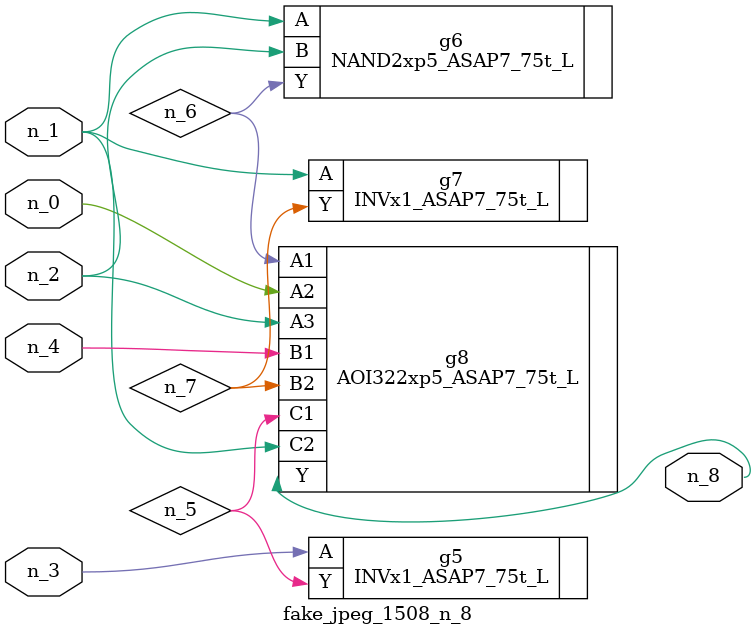
<source format=v>
module fake_jpeg_1508_n_8 (n_3, n_2, n_1, n_0, n_4, n_8);

input n_3;
input n_2;
input n_1;
input n_0;
input n_4;

output n_8;

wire n_6;
wire n_5;
wire n_7;

INVx1_ASAP7_75t_L g5 ( 
.A(n_3),
.Y(n_5)
);

NAND2xp5_ASAP7_75t_L g6 ( 
.A(n_1),
.B(n_2),
.Y(n_6)
);

INVx1_ASAP7_75t_L g7 ( 
.A(n_1),
.Y(n_7)
);

AOI322xp5_ASAP7_75t_L g8 ( 
.A1(n_6),
.A2(n_0),
.A3(n_2),
.B1(n_4),
.B2(n_7),
.C1(n_5),
.C2(n_1),
.Y(n_8)
);


endmodule
</source>
